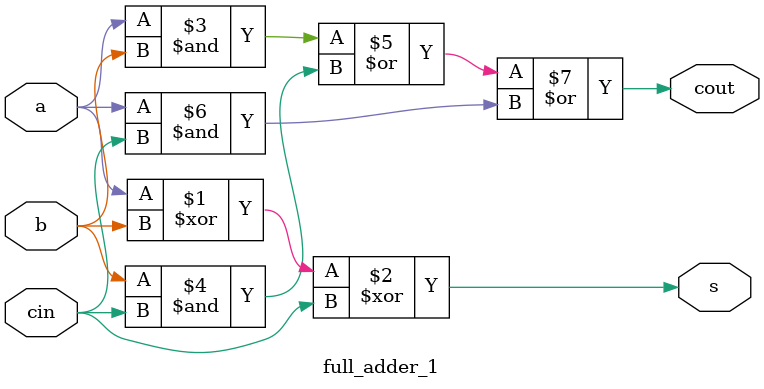
<source format=v>
`timescale 1ns / 1ps


module full_adder_1(
    input a , b ,cin, output s , cout
    );
    assign s=a^b^cin;
    assign cout = a&b|b&cin |a&cin;
    
endmodule

</source>
